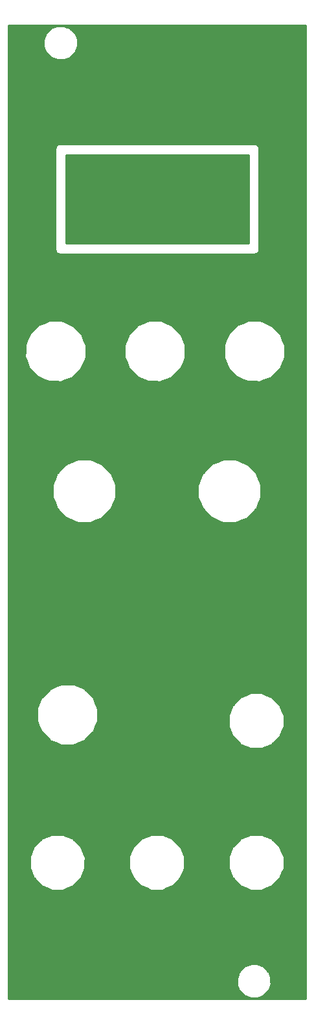
<source format=gbr>
G04 #@! TF.FileFunction,Copper,L2,Bot,Signal*
%FSLAX46Y46*%
G04 Gerber Fmt 4.6, Leading zero omitted, Abs format (unit mm)*
G04 Created by KiCad (PCBNEW 4.0.7) date 11/03/18 15:48:41*
%MOMM*%
%LPD*%
G01*
G04 APERTURE LIST*
%ADD10C,0.100000*%
%ADD11C,0.254000*%
G04 APERTURE END LIST*
D10*
D11*
G36*
X142490000Y-167790000D02*
X103610000Y-167790000D01*
X103610000Y-165092346D01*
X133457974Y-165092346D01*
X133464984Y-165517425D01*
X133464613Y-165942619D01*
X133472303Y-165961230D01*
X133472635Y-165981363D01*
X133784640Y-166734610D01*
X133793845Y-166739420D01*
X133804155Y-166764372D01*
X134432321Y-167393636D01*
X134460057Y-167405153D01*
X134465390Y-167415360D01*
X134860797Y-167571554D01*
X135253481Y-167734611D01*
X135273619Y-167734629D01*
X135292346Y-167742026D01*
X135717425Y-167735016D01*
X136142619Y-167735387D01*
X136161230Y-167727697D01*
X136181363Y-167727365D01*
X136934610Y-167415360D01*
X136939420Y-167406155D01*
X136964372Y-167395845D01*
X137593636Y-166767679D01*
X137605153Y-166739943D01*
X137615360Y-166734610D01*
X137771554Y-166339203D01*
X137934611Y-165946519D01*
X137934629Y-165926381D01*
X137942026Y-165907654D01*
X137935016Y-165482575D01*
X137935387Y-165057381D01*
X137927697Y-165038770D01*
X137927365Y-165018637D01*
X137615360Y-164265390D01*
X137606155Y-164260580D01*
X137595845Y-164235628D01*
X136967679Y-163606364D01*
X136939943Y-163594847D01*
X136934610Y-163584640D01*
X136539203Y-163428446D01*
X136146519Y-163265389D01*
X136126381Y-163265371D01*
X136107654Y-163257974D01*
X135682575Y-163264984D01*
X135257381Y-163264613D01*
X135238770Y-163272303D01*
X135218637Y-163272635D01*
X134465390Y-163584640D01*
X134460580Y-163593845D01*
X134435628Y-163604155D01*
X133806364Y-164232321D01*
X133794847Y-164260057D01*
X133784640Y-164265390D01*
X133628446Y-164660797D01*
X133465389Y-165053481D01*
X133465371Y-165073619D01*
X133457974Y-165092346D01*
X103610000Y-165092346D01*
X103610000Y-150704875D01*
X106361432Y-150704875D01*
X106364377Y-150712086D01*
X106364370Y-150719874D01*
X106637612Y-151381170D01*
X106908146Y-152043639D01*
X106916512Y-152056160D01*
X106916600Y-152056372D01*
X106916764Y-152056536D01*
X106928723Y-152074434D01*
X106949861Y-152089691D01*
X107914683Y-153056198D01*
X107925566Y-153071277D01*
X107932746Y-153074293D01*
X107938249Y-153079806D01*
X108599149Y-153354236D01*
X109258800Y-153631342D01*
X109266588Y-153631381D01*
X109273782Y-153634368D01*
X109989334Y-153634992D01*
X110704875Y-153638568D01*
X110712086Y-153635623D01*
X110719874Y-153635630D01*
X111381170Y-153362388D01*
X112043639Y-153091854D01*
X112056160Y-153083488D01*
X112056372Y-153083400D01*
X112056536Y-153083236D01*
X112074434Y-153071277D01*
X112089691Y-153050139D01*
X113056198Y-152085317D01*
X113071277Y-152074434D01*
X113074293Y-152067254D01*
X113079806Y-152061751D01*
X113354236Y-151400851D01*
X113631342Y-150741200D01*
X113631381Y-150733412D01*
X113634368Y-150726218D01*
X113634386Y-150704875D01*
X119361432Y-150704875D01*
X119364377Y-150712086D01*
X119364370Y-150719874D01*
X119637612Y-151381170D01*
X119908146Y-152043639D01*
X119916512Y-152056160D01*
X119916600Y-152056372D01*
X119916764Y-152056536D01*
X119928723Y-152074434D01*
X119949861Y-152089691D01*
X120914683Y-153056198D01*
X120925566Y-153071277D01*
X120932746Y-153074293D01*
X120938249Y-153079806D01*
X121599149Y-153354236D01*
X122258800Y-153631342D01*
X122266588Y-153631381D01*
X122273782Y-153634368D01*
X122989334Y-153634992D01*
X123704875Y-153638568D01*
X123712086Y-153635623D01*
X123719874Y-153635630D01*
X124381170Y-153362388D01*
X125043639Y-153091854D01*
X125056160Y-153083488D01*
X125056372Y-153083400D01*
X125056536Y-153083236D01*
X125074434Y-153071277D01*
X125089691Y-153050139D01*
X126056198Y-152085317D01*
X126071277Y-152074434D01*
X126074293Y-152067254D01*
X126079806Y-152061751D01*
X126354236Y-151400851D01*
X126631342Y-150741200D01*
X126631381Y-150733412D01*
X126634368Y-150726218D01*
X126634386Y-150704875D01*
X132361432Y-150704875D01*
X132364377Y-150712086D01*
X132364370Y-150719874D01*
X132637612Y-151381170D01*
X132908146Y-152043639D01*
X132916512Y-152056160D01*
X132916600Y-152056372D01*
X132916764Y-152056536D01*
X132928723Y-152074434D01*
X132949861Y-152089691D01*
X133914683Y-153056198D01*
X133925566Y-153071277D01*
X133932746Y-153074293D01*
X133938249Y-153079806D01*
X134599149Y-153354236D01*
X135258800Y-153631342D01*
X135266588Y-153631381D01*
X135273782Y-153634368D01*
X135989334Y-153634992D01*
X136704875Y-153638568D01*
X136712086Y-153635623D01*
X136719874Y-153635630D01*
X137381170Y-153362388D01*
X138043639Y-153091854D01*
X138056160Y-153083488D01*
X138056372Y-153083400D01*
X138056536Y-153083236D01*
X138074434Y-153071277D01*
X138089691Y-153050139D01*
X139056198Y-152085317D01*
X139071277Y-152074434D01*
X139074293Y-152067254D01*
X139079806Y-152061751D01*
X139354236Y-151400851D01*
X139631342Y-150741200D01*
X139631381Y-150733412D01*
X139634368Y-150726218D01*
X139634992Y-150010666D01*
X139638568Y-149295125D01*
X139635623Y-149287914D01*
X139635630Y-149280126D01*
X139362388Y-148618830D01*
X139091854Y-147956361D01*
X139083488Y-147943840D01*
X139083400Y-147943628D01*
X139083236Y-147943464D01*
X139071277Y-147925566D01*
X139050139Y-147910309D01*
X138085317Y-146943802D01*
X138074434Y-146928723D01*
X138067254Y-146925707D01*
X138061751Y-146920194D01*
X137400851Y-146645764D01*
X136741200Y-146368658D01*
X136733412Y-146368619D01*
X136726218Y-146365632D01*
X136010666Y-146365008D01*
X135295125Y-146361432D01*
X135287914Y-146364377D01*
X135280126Y-146364370D01*
X134618830Y-146637612D01*
X133956361Y-146908146D01*
X133943840Y-146916512D01*
X133943628Y-146916600D01*
X133943464Y-146916764D01*
X133925566Y-146928723D01*
X133910309Y-146949861D01*
X132943802Y-147914683D01*
X132928723Y-147925566D01*
X132925707Y-147932746D01*
X132920194Y-147938249D01*
X132645764Y-148599149D01*
X132368658Y-149258800D01*
X132368619Y-149266588D01*
X132365632Y-149273782D01*
X132365008Y-149989334D01*
X132361432Y-150704875D01*
X126634386Y-150704875D01*
X126634992Y-150010666D01*
X126638568Y-149295125D01*
X126635623Y-149287914D01*
X126635630Y-149280126D01*
X126362388Y-148618830D01*
X126091854Y-147956361D01*
X126083488Y-147943840D01*
X126083400Y-147943628D01*
X126083236Y-147943464D01*
X126071277Y-147925566D01*
X126050139Y-147910309D01*
X125085317Y-146943802D01*
X125074434Y-146928723D01*
X125067254Y-146925707D01*
X125061751Y-146920194D01*
X124400851Y-146645764D01*
X123741200Y-146368658D01*
X123733412Y-146368619D01*
X123726218Y-146365632D01*
X123010666Y-146365008D01*
X122295125Y-146361432D01*
X122287914Y-146364377D01*
X122280126Y-146364370D01*
X121618830Y-146637612D01*
X120956361Y-146908146D01*
X120943840Y-146916512D01*
X120943628Y-146916600D01*
X120943464Y-146916764D01*
X120925566Y-146928723D01*
X120910309Y-146949861D01*
X119943802Y-147914683D01*
X119928723Y-147925566D01*
X119925707Y-147932746D01*
X119920194Y-147938249D01*
X119645764Y-148599149D01*
X119368658Y-149258800D01*
X119368619Y-149266588D01*
X119365632Y-149273782D01*
X119365008Y-149989334D01*
X119361432Y-150704875D01*
X113634386Y-150704875D01*
X113634992Y-150010666D01*
X113638568Y-149295125D01*
X113635623Y-149287914D01*
X113635630Y-149280126D01*
X113362388Y-148618830D01*
X113091854Y-147956361D01*
X113083488Y-147943840D01*
X113083400Y-147943628D01*
X113083236Y-147943464D01*
X113071277Y-147925566D01*
X113050139Y-147910309D01*
X112085317Y-146943802D01*
X112074434Y-146928723D01*
X112067254Y-146925707D01*
X112061751Y-146920194D01*
X111400851Y-146645764D01*
X110741200Y-146368658D01*
X110733412Y-146368619D01*
X110726218Y-146365632D01*
X110010666Y-146365008D01*
X109295125Y-146361432D01*
X109287914Y-146364377D01*
X109280126Y-146364370D01*
X108618830Y-146637612D01*
X107956361Y-146908146D01*
X107943840Y-146916512D01*
X107943628Y-146916600D01*
X107943464Y-146916764D01*
X107925566Y-146928723D01*
X107910309Y-146949861D01*
X106943802Y-147914683D01*
X106928723Y-147925566D01*
X106925707Y-147932746D01*
X106920194Y-147938249D01*
X106645764Y-148599149D01*
X106368658Y-149258800D01*
X106368619Y-149266588D01*
X106365632Y-149273782D01*
X106365008Y-149989334D01*
X106361432Y-150704875D01*
X103610000Y-150704875D01*
X103610000Y-131460730D01*
X107308779Y-131460730D01*
X107314323Y-131474423D01*
X107314310Y-131489188D01*
X107611532Y-132208521D01*
X107903712Y-132930197D01*
X107919460Y-132953766D01*
X107919711Y-132954372D01*
X107920179Y-132954840D01*
X107939864Y-132984301D01*
X107979149Y-133013914D01*
X108991502Y-134028035D01*
X109015699Y-134060136D01*
X109029297Y-134065896D01*
X109039731Y-134076349D01*
X109758624Y-134374860D01*
X110475449Y-134678526D01*
X110490220Y-134678644D01*
X110503857Y-134684307D01*
X111282131Y-134684986D01*
X112060730Y-134691221D01*
X112074423Y-134685677D01*
X112089188Y-134685690D01*
X112808521Y-134388468D01*
X113530197Y-134096288D01*
X113553766Y-134080540D01*
X113554372Y-134080289D01*
X113554840Y-134079821D01*
X113584301Y-134060136D01*
X113613914Y-134020851D01*
X114628035Y-133008498D01*
X114660136Y-132984301D01*
X114665896Y-132970703D01*
X114676349Y-132960269D01*
X114974860Y-132241376D01*
X114990322Y-132204875D01*
X132361432Y-132204875D01*
X132364377Y-132212086D01*
X132364370Y-132219874D01*
X132637612Y-132881170D01*
X132908146Y-133543639D01*
X132916512Y-133556160D01*
X132916600Y-133556372D01*
X132916764Y-133556536D01*
X132928723Y-133574434D01*
X132949861Y-133589691D01*
X133914683Y-134556198D01*
X133925566Y-134571277D01*
X133932746Y-134574293D01*
X133938249Y-134579806D01*
X134599149Y-134854236D01*
X135258800Y-135131342D01*
X135266588Y-135131381D01*
X135273782Y-135134368D01*
X135989334Y-135134992D01*
X136704875Y-135138568D01*
X136712086Y-135135623D01*
X136719874Y-135135630D01*
X137381170Y-134862388D01*
X138043639Y-134591854D01*
X138056160Y-134583488D01*
X138056372Y-134583400D01*
X138056536Y-134583236D01*
X138074434Y-134571277D01*
X138089691Y-134550139D01*
X139056198Y-133585317D01*
X139071277Y-133574434D01*
X139074293Y-133567254D01*
X139079806Y-133561751D01*
X139354236Y-132900851D01*
X139631342Y-132241200D01*
X139631381Y-132233412D01*
X139634368Y-132226218D01*
X139634992Y-131510666D01*
X139638568Y-130795125D01*
X139635623Y-130787914D01*
X139635630Y-130780126D01*
X139362388Y-130118830D01*
X139091854Y-129456361D01*
X139083488Y-129443840D01*
X139083400Y-129443628D01*
X139083236Y-129443464D01*
X139071277Y-129425566D01*
X139050139Y-129410309D01*
X138085317Y-128443802D01*
X138074434Y-128428723D01*
X138067254Y-128425707D01*
X138061751Y-128420194D01*
X137400851Y-128145764D01*
X136741200Y-127868658D01*
X136733412Y-127868619D01*
X136726218Y-127865632D01*
X136010666Y-127865008D01*
X135295125Y-127861432D01*
X135287914Y-127864377D01*
X135280126Y-127864370D01*
X134618830Y-128137612D01*
X133956361Y-128408146D01*
X133943840Y-128416512D01*
X133943628Y-128416600D01*
X133943464Y-128416764D01*
X133925566Y-128428723D01*
X133910309Y-128449861D01*
X132943802Y-129414683D01*
X132928723Y-129425566D01*
X132925707Y-129432746D01*
X132920194Y-129438249D01*
X132645764Y-130099149D01*
X132368658Y-130758800D01*
X132368619Y-130766588D01*
X132365632Y-130773782D01*
X132365008Y-131489188D01*
X132361432Y-132204875D01*
X114990322Y-132204875D01*
X115278526Y-131524551D01*
X115278644Y-131509780D01*
X115284307Y-131496143D01*
X115284986Y-130717869D01*
X115291221Y-129939270D01*
X115285677Y-129925577D01*
X115285690Y-129910812D01*
X114988468Y-129191479D01*
X114696288Y-128469803D01*
X114680540Y-128446234D01*
X114680289Y-128445628D01*
X114679821Y-128445160D01*
X114660136Y-128415699D01*
X114620851Y-128386086D01*
X113608498Y-127371965D01*
X113584301Y-127339864D01*
X113570703Y-127334104D01*
X113560269Y-127323651D01*
X112841376Y-127025140D01*
X112124551Y-126721474D01*
X112109780Y-126721356D01*
X112096143Y-126715693D01*
X111317869Y-126715014D01*
X110539270Y-126708779D01*
X110525577Y-126714323D01*
X110510812Y-126714310D01*
X109791479Y-127011532D01*
X109069803Y-127303712D01*
X109046234Y-127319460D01*
X109045628Y-127319711D01*
X109045160Y-127320179D01*
X109015699Y-127339864D01*
X108986086Y-127379149D01*
X107971965Y-128391502D01*
X107939864Y-128415699D01*
X107934104Y-128429297D01*
X107923651Y-128439731D01*
X107625140Y-129158624D01*
X107321474Y-129875449D01*
X107321356Y-129890220D01*
X107315693Y-129903857D01*
X107315014Y-130682131D01*
X107308779Y-131460730D01*
X103610000Y-131460730D01*
X103610000Y-102284666D01*
X109357654Y-102284666D01*
X109364300Y-102301134D01*
X109364284Y-102318894D01*
X109671851Y-103063262D01*
X109973250Y-103810145D01*
X109992135Y-103838407D01*
X109992474Y-103839229D01*
X109993108Y-103839864D01*
X110016076Y-103874238D01*
X110064321Y-103911201D01*
X111094696Y-104943376D01*
X111125762Y-104983924D01*
X111142107Y-104990870D01*
X111154653Y-105003438D01*
X111898491Y-105312307D01*
X112639730Y-105627307D01*
X112657487Y-105627469D01*
X112673889Y-105634280D01*
X113479327Y-105634983D01*
X114284666Y-105642346D01*
X114301134Y-105635700D01*
X114318894Y-105635716D01*
X115063262Y-105328149D01*
X115810145Y-105026750D01*
X115838407Y-105007865D01*
X115839229Y-105007526D01*
X115839864Y-105006892D01*
X115874238Y-104983924D01*
X115911201Y-104935679D01*
X116943376Y-103905304D01*
X116983924Y-103874238D01*
X116990870Y-103857893D01*
X117003438Y-103845347D01*
X117312307Y-103101509D01*
X117627307Y-102360270D01*
X117627469Y-102342513D01*
X117634280Y-102326111D01*
X117634316Y-102284666D01*
X128357654Y-102284666D01*
X128364300Y-102301134D01*
X128364284Y-102318894D01*
X128671851Y-103063262D01*
X128973250Y-103810145D01*
X128992135Y-103838407D01*
X128992474Y-103839229D01*
X128993108Y-103839864D01*
X129016076Y-103874238D01*
X129064321Y-103911201D01*
X130094696Y-104943376D01*
X130125762Y-104983924D01*
X130142107Y-104990870D01*
X130154653Y-105003438D01*
X130898491Y-105312307D01*
X131639730Y-105627307D01*
X131657487Y-105627469D01*
X131673889Y-105634280D01*
X132479327Y-105634983D01*
X133284666Y-105642346D01*
X133301134Y-105635700D01*
X133318894Y-105635716D01*
X134063262Y-105328149D01*
X134810145Y-105026750D01*
X134838407Y-105007865D01*
X134839229Y-105007526D01*
X134839864Y-105006892D01*
X134874238Y-104983924D01*
X134911201Y-104935679D01*
X135943376Y-103905304D01*
X135983924Y-103874238D01*
X135990870Y-103857893D01*
X136003438Y-103845347D01*
X136312307Y-103101509D01*
X136627307Y-102360270D01*
X136627469Y-102342513D01*
X136634280Y-102326111D01*
X136634983Y-101520673D01*
X136642346Y-100715334D01*
X136635700Y-100698866D01*
X136635716Y-100681106D01*
X136328149Y-99936738D01*
X136026750Y-99189855D01*
X136007865Y-99161593D01*
X136007526Y-99160771D01*
X136006892Y-99160136D01*
X135983924Y-99125762D01*
X135935679Y-99088799D01*
X134905304Y-98056624D01*
X134874238Y-98016076D01*
X134857893Y-98009130D01*
X134845347Y-97996562D01*
X134101509Y-97687693D01*
X133360270Y-97372693D01*
X133342513Y-97372531D01*
X133326111Y-97365720D01*
X132520673Y-97365017D01*
X131715334Y-97357654D01*
X131698866Y-97364300D01*
X131681106Y-97364284D01*
X130936738Y-97671851D01*
X130189855Y-97973250D01*
X130161593Y-97992135D01*
X130160771Y-97992474D01*
X130160136Y-97993108D01*
X130125762Y-98016076D01*
X130088799Y-98064321D01*
X129056624Y-99094696D01*
X129016076Y-99125762D01*
X129009130Y-99142107D01*
X128996562Y-99154653D01*
X128687693Y-99898491D01*
X128372693Y-100639730D01*
X128372531Y-100657487D01*
X128365720Y-100673889D01*
X128365017Y-101479327D01*
X128357654Y-102284666D01*
X117634316Y-102284666D01*
X117634983Y-101520673D01*
X117642346Y-100715334D01*
X117635700Y-100698866D01*
X117635716Y-100681106D01*
X117328149Y-99936738D01*
X117026750Y-99189855D01*
X117007865Y-99161593D01*
X117007526Y-99160771D01*
X117006892Y-99160136D01*
X116983924Y-99125762D01*
X116935679Y-99088799D01*
X115905304Y-98056624D01*
X115874238Y-98016076D01*
X115857893Y-98009130D01*
X115845347Y-97996562D01*
X115101509Y-97687693D01*
X114360270Y-97372693D01*
X114342513Y-97372531D01*
X114326111Y-97365720D01*
X113520673Y-97365017D01*
X112715334Y-97357654D01*
X112698866Y-97364300D01*
X112681106Y-97364284D01*
X111936738Y-97671851D01*
X111189855Y-97973250D01*
X111161593Y-97992135D01*
X111160771Y-97992474D01*
X111160136Y-97993108D01*
X111125762Y-98016076D01*
X111088799Y-98064321D01*
X110056624Y-99094696D01*
X110016076Y-99125762D01*
X110009130Y-99142107D01*
X109996562Y-99154653D01*
X109687693Y-99898491D01*
X109372693Y-100639730D01*
X109372531Y-100657487D01*
X109365720Y-100673889D01*
X109365017Y-101479327D01*
X109357654Y-102284666D01*
X103610000Y-102284666D01*
X103610000Y-84010730D01*
X105758779Y-84010730D01*
X105764323Y-84024423D01*
X105764310Y-84039188D01*
X106061532Y-84758521D01*
X106353712Y-85480197D01*
X106369460Y-85503766D01*
X106369711Y-85504372D01*
X106370179Y-85504840D01*
X106389864Y-85534301D01*
X106429149Y-85563914D01*
X107441502Y-86578035D01*
X107465699Y-86610136D01*
X107479297Y-86615896D01*
X107489731Y-86626349D01*
X108208624Y-86924860D01*
X108925449Y-87228526D01*
X108940220Y-87228644D01*
X108953857Y-87234307D01*
X109732131Y-87234986D01*
X110510730Y-87241221D01*
X110524423Y-87235677D01*
X110539188Y-87235690D01*
X111258521Y-86938468D01*
X111980197Y-86646288D01*
X112003766Y-86630540D01*
X112004372Y-86630289D01*
X112004840Y-86629821D01*
X112034301Y-86610136D01*
X112063914Y-86570851D01*
X113078035Y-85558498D01*
X113110136Y-85534301D01*
X113115896Y-85520703D01*
X113126349Y-85510269D01*
X113424860Y-84791376D01*
X113728526Y-84074551D01*
X113728644Y-84059780D01*
X113734307Y-84046143D01*
X113734337Y-84010730D01*
X118758779Y-84010730D01*
X118764323Y-84024423D01*
X118764310Y-84039188D01*
X119061532Y-84758521D01*
X119353712Y-85480197D01*
X119369460Y-85503766D01*
X119369711Y-85504372D01*
X119370179Y-85504840D01*
X119389864Y-85534301D01*
X119429149Y-85563914D01*
X120441502Y-86578035D01*
X120465699Y-86610136D01*
X120479297Y-86615896D01*
X120489731Y-86626349D01*
X121208624Y-86924860D01*
X121925449Y-87228526D01*
X121940220Y-87228644D01*
X121953857Y-87234307D01*
X122732131Y-87234986D01*
X123510730Y-87241221D01*
X123524423Y-87235677D01*
X123539188Y-87235690D01*
X124258521Y-86938468D01*
X124980197Y-86646288D01*
X125003766Y-86630540D01*
X125004372Y-86630289D01*
X125004840Y-86629821D01*
X125034301Y-86610136D01*
X125063914Y-86570851D01*
X126078035Y-85558498D01*
X126110136Y-85534301D01*
X126115896Y-85520703D01*
X126126349Y-85510269D01*
X126424860Y-84791376D01*
X126728526Y-84074551D01*
X126728644Y-84059780D01*
X126734307Y-84046143D01*
X126734337Y-84010730D01*
X131758779Y-84010730D01*
X131764323Y-84024423D01*
X131764310Y-84039188D01*
X132061532Y-84758521D01*
X132353712Y-85480197D01*
X132369460Y-85503766D01*
X132369711Y-85504372D01*
X132370179Y-85504840D01*
X132389864Y-85534301D01*
X132429149Y-85563914D01*
X133441502Y-86578035D01*
X133465699Y-86610136D01*
X133479297Y-86615896D01*
X133489731Y-86626349D01*
X134208624Y-86924860D01*
X134925449Y-87228526D01*
X134940220Y-87228644D01*
X134953857Y-87234307D01*
X135732131Y-87234986D01*
X136510730Y-87241221D01*
X136524423Y-87235677D01*
X136539188Y-87235690D01*
X137258521Y-86938468D01*
X137980197Y-86646288D01*
X138003766Y-86630540D01*
X138004372Y-86630289D01*
X138004840Y-86629821D01*
X138034301Y-86610136D01*
X138063914Y-86570851D01*
X139078035Y-85558498D01*
X139110136Y-85534301D01*
X139115896Y-85520703D01*
X139126349Y-85510269D01*
X139424860Y-84791376D01*
X139728526Y-84074551D01*
X139728644Y-84059780D01*
X139734307Y-84046143D01*
X139734986Y-83267869D01*
X139741221Y-82489270D01*
X139735677Y-82475577D01*
X139735690Y-82460812D01*
X139438468Y-81741479D01*
X139146288Y-81019803D01*
X139130540Y-80996234D01*
X139130289Y-80995628D01*
X139129821Y-80995160D01*
X139110136Y-80965699D01*
X139070851Y-80936086D01*
X138058498Y-79921965D01*
X138034301Y-79889864D01*
X138020703Y-79884104D01*
X138010269Y-79873651D01*
X137291376Y-79575140D01*
X136574551Y-79271474D01*
X136559780Y-79271356D01*
X136546143Y-79265693D01*
X135767869Y-79265014D01*
X134989270Y-79258779D01*
X134975577Y-79264323D01*
X134960812Y-79264310D01*
X134241479Y-79561532D01*
X133519803Y-79853712D01*
X133496234Y-79869460D01*
X133495628Y-79869711D01*
X133495160Y-79870179D01*
X133465699Y-79889864D01*
X133436086Y-79929149D01*
X132421965Y-80941502D01*
X132389864Y-80965699D01*
X132384104Y-80979297D01*
X132373651Y-80989731D01*
X132075140Y-81708624D01*
X131771474Y-82425449D01*
X131771356Y-82440220D01*
X131765693Y-82453857D01*
X131765014Y-83232131D01*
X131758779Y-84010730D01*
X126734337Y-84010730D01*
X126734986Y-83267869D01*
X126741221Y-82489270D01*
X126735677Y-82475577D01*
X126735690Y-82460812D01*
X126438468Y-81741479D01*
X126146288Y-81019803D01*
X126130540Y-80996234D01*
X126130289Y-80995628D01*
X126129821Y-80995160D01*
X126110136Y-80965699D01*
X126070851Y-80936086D01*
X125058498Y-79921965D01*
X125034301Y-79889864D01*
X125020703Y-79884104D01*
X125010269Y-79873651D01*
X124291376Y-79575140D01*
X123574551Y-79271474D01*
X123559780Y-79271356D01*
X123546143Y-79265693D01*
X122767869Y-79265014D01*
X121989270Y-79258779D01*
X121975577Y-79264323D01*
X121960812Y-79264310D01*
X121241479Y-79561532D01*
X120519803Y-79853712D01*
X120496234Y-79869460D01*
X120495628Y-79869711D01*
X120495160Y-79870179D01*
X120465699Y-79889864D01*
X120436086Y-79929149D01*
X119421965Y-80941502D01*
X119389864Y-80965699D01*
X119384104Y-80979297D01*
X119373651Y-80989731D01*
X119075140Y-81708624D01*
X118771474Y-82425449D01*
X118771356Y-82440220D01*
X118765693Y-82453857D01*
X118765014Y-83232131D01*
X118758779Y-84010730D01*
X113734337Y-84010730D01*
X113734986Y-83267869D01*
X113741221Y-82489270D01*
X113735677Y-82475577D01*
X113735690Y-82460812D01*
X113438468Y-81741479D01*
X113146288Y-81019803D01*
X113130540Y-80996234D01*
X113130289Y-80995628D01*
X113129821Y-80995160D01*
X113110136Y-80965699D01*
X113070851Y-80936086D01*
X112058498Y-79921965D01*
X112034301Y-79889864D01*
X112020703Y-79884104D01*
X112010269Y-79873651D01*
X111291376Y-79575140D01*
X110574551Y-79271474D01*
X110559780Y-79271356D01*
X110546143Y-79265693D01*
X109767869Y-79265014D01*
X108989270Y-79258779D01*
X108975577Y-79264323D01*
X108960812Y-79264310D01*
X108241479Y-79561532D01*
X107519803Y-79853712D01*
X107496234Y-79869460D01*
X107495628Y-79869711D01*
X107495160Y-79870179D01*
X107465699Y-79889864D01*
X107436086Y-79929149D01*
X106421965Y-80941502D01*
X106389864Y-80965699D01*
X106384104Y-80979297D01*
X106373651Y-80989731D01*
X106075140Y-81708624D01*
X105771474Y-82425449D01*
X105771356Y-82440220D01*
X105765693Y-82453857D01*
X105765014Y-83232131D01*
X105758779Y-84010730D01*
X103610000Y-84010730D01*
X103610000Y-56900000D01*
X109690000Y-56900000D01*
X109690000Y-69900000D01*
X109744046Y-70171705D01*
X109897954Y-70402046D01*
X110128295Y-70555954D01*
X110400000Y-70610000D01*
X135700000Y-70610000D01*
X135971705Y-70555954D01*
X136202046Y-70402046D01*
X136355954Y-70171705D01*
X136410000Y-69900000D01*
X136410000Y-56900000D01*
X136355954Y-56628295D01*
X136202046Y-56397954D01*
X135971705Y-56244046D01*
X135700000Y-56190000D01*
X110400000Y-56190000D01*
X110128295Y-56244046D01*
X109897954Y-56397954D01*
X109744046Y-56628295D01*
X109690000Y-56900000D01*
X103610000Y-56900000D01*
X103610000Y-42592346D01*
X108157974Y-42592346D01*
X108164984Y-43017425D01*
X108164613Y-43442619D01*
X108172303Y-43461230D01*
X108172635Y-43481363D01*
X108484640Y-44234610D01*
X108493845Y-44239420D01*
X108504155Y-44264372D01*
X109132321Y-44893636D01*
X109160057Y-44905153D01*
X109165390Y-44915360D01*
X109560797Y-45071554D01*
X109953481Y-45234611D01*
X109973619Y-45234629D01*
X109992346Y-45242026D01*
X110417425Y-45235016D01*
X110842619Y-45235387D01*
X110861230Y-45227697D01*
X110881363Y-45227365D01*
X111634610Y-44915360D01*
X111639420Y-44906155D01*
X111664372Y-44895845D01*
X112293636Y-44267679D01*
X112305153Y-44239943D01*
X112315360Y-44234610D01*
X112471554Y-43839203D01*
X112634611Y-43446519D01*
X112634629Y-43426381D01*
X112642026Y-43407654D01*
X112635016Y-42982575D01*
X112635387Y-42557381D01*
X112627697Y-42538770D01*
X112627365Y-42518637D01*
X112315360Y-41765390D01*
X112306155Y-41760580D01*
X112295845Y-41735628D01*
X111667679Y-41106364D01*
X111639943Y-41094847D01*
X111634610Y-41084640D01*
X111239203Y-40928446D01*
X110846519Y-40765389D01*
X110826381Y-40765371D01*
X110807654Y-40757974D01*
X110382575Y-40764984D01*
X109957381Y-40764613D01*
X109938770Y-40772303D01*
X109918637Y-40772635D01*
X109165390Y-41084640D01*
X109160580Y-41093845D01*
X109135628Y-41104155D01*
X108506364Y-41732321D01*
X108494847Y-41760057D01*
X108484640Y-41765390D01*
X108328446Y-42160797D01*
X108165389Y-42553481D01*
X108165371Y-42573619D01*
X108157974Y-42592346D01*
X103610000Y-42592346D01*
X103610000Y-40710000D01*
X142490000Y-40710000D01*
X142490000Y-167790000D01*
X142490000Y-167790000D01*
G37*
X142490000Y-167790000D02*
X103610000Y-167790000D01*
X103610000Y-165092346D01*
X133457974Y-165092346D01*
X133464984Y-165517425D01*
X133464613Y-165942619D01*
X133472303Y-165961230D01*
X133472635Y-165981363D01*
X133784640Y-166734610D01*
X133793845Y-166739420D01*
X133804155Y-166764372D01*
X134432321Y-167393636D01*
X134460057Y-167405153D01*
X134465390Y-167415360D01*
X134860797Y-167571554D01*
X135253481Y-167734611D01*
X135273619Y-167734629D01*
X135292346Y-167742026D01*
X135717425Y-167735016D01*
X136142619Y-167735387D01*
X136161230Y-167727697D01*
X136181363Y-167727365D01*
X136934610Y-167415360D01*
X136939420Y-167406155D01*
X136964372Y-167395845D01*
X137593636Y-166767679D01*
X137605153Y-166739943D01*
X137615360Y-166734610D01*
X137771554Y-166339203D01*
X137934611Y-165946519D01*
X137934629Y-165926381D01*
X137942026Y-165907654D01*
X137935016Y-165482575D01*
X137935387Y-165057381D01*
X137927697Y-165038770D01*
X137927365Y-165018637D01*
X137615360Y-164265390D01*
X137606155Y-164260580D01*
X137595845Y-164235628D01*
X136967679Y-163606364D01*
X136939943Y-163594847D01*
X136934610Y-163584640D01*
X136539203Y-163428446D01*
X136146519Y-163265389D01*
X136126381Y-163265371D01*
X136107654Y-163257974D01*
X135682575Y-163264984D01*
X135257381Y-163264613D01*
X135238770Y-163272303D01*
X135218637Y-163272635D01*
X134465390Y-163584640D01*
X134460580Y-163593845D01*
X134435628Y-163604155D01*
X133806364Y-164232321D01*
X133794847Y-164260057D01*
X133784640Y-164265390D01*
X133628446Y-164660797D01*
X133465389Y-165053481D01*
X133465371Y-165073619D01*
X133457974Y-165092346D01*
X103610000Y-165092346D01*
X103610000Y-150704875D01*
X106361432Y-150704875D01*
X106364377Y-150712086D01*
X106364370Y-150719874D01*
X106637612Y-151381170D01*
X106908146Y-152043639D01*
X106916512Y-152056160D01*
X106916600Y-152056372D01*
X106916764Y-152056536D01*
X106928723Y-152074434D01*
X106949861Y-152089691D01*
X107914683Y-153056198D01*
X107925566Y-153071277D01*
X107932746Y-153074293D01*
X107938249Y-153079806D01*
X108599149Y-153354236D01*
X109258800Y-153631342D01*
X109266588Y-153631381D01*
X109273782Y-153634368D01*
X109989334Y-153634992D01*
X110704875Y-153638568D01*
X110712086Y-153635623D01*
X110719874Y-153635630D01*
X111381170Y-153362388D01*
X112043639Y-153091854D01*
X112056160Y-153083488D01*
X112056372Y-153083400D01*
X112056536Y-153083236D01*
X112074434Y-153071277D01*
X112089691Y-153050139D01*
X113056198Y-152085317D01*
X113071277Y-152074434D01*
X113074293Y-152067254D01*
X113079806Y-152061751D01*
X113354236Y-151400851D01*
X113631342Y-150741200D01*
X113631381Y-150733412D01*
X113634368Y-150726218D01*
X113634386Y-150704875D01*
X119361432Y-150704875D01*
X119364377Y-150712086D01*
X119364370Y-150719874D01*
X119637612Y-151381170D01*
X119908146Y-152043639D01*
X119916512Y-152056160D01*
X119916600Y-152056372D01*
X119916764Y-152056536D01*
X119928723Y-152074434D01*
X119949861Y-152089691D01*
X120914683Y-153056198D01*
X120925566Y-153071277D01*
X120932746Y-153074293D01*
X120938249Y-153079806D01*
X121599149Y-153354236D01*
X122258800Y-153631342D01*
X122266588Y-153631381D01*
X122273782Y-153634368D01*
X122989334Y-153634992D01*
X123704875Y-153638568D01*
X123712086Y-153635623D01*
X123719874Y-153635630D01*
X124381170Y-153362388D01*
X125043639Y-153091854D01*
X125056160Y-153083488D01*
X125056372Y-153083400D01*
X125056536Y-153083236D01*
X125074434Y-153071277D01*
X125089691Y-153050139D01*
X126056198Y-152085317D01*
X126071277Y-152074434D01*
X126074293Y-152067254D01*
X126079806Y-152061751D01*
X126354236Y-151400851D01*
X126631342Y-150741200D01*
X126631381Y-150733412D01*
X126634368Y-150726218D01*
X126634386Y-150704875D01*
X132361432Y-150704875D01*
X132364377Y-150712086D01*
X132364370Y-150719874D01*
X132637612Y-151381170D01*
X132908146Y-152043639D01*
X132916512Y-152056160D01*
X132916600Y-152056372D01*
X132916764Y-152056536D01*
X132928723Y-152074434D01*
X132949861Y-152089691D01*
X133914683Y-153056198D01*
X133925566Y-153071277D01*
X133932746Y-153074293D01*
X133938249Y-153079806D01*
X134599149Y-153354236D01*
X135258800Y-153631342D01*
X135266588Y-153631381D01*
X135273782Y-153634368D01*
X135989334Y-153634992D01*
X136704875Y-153638568D01*
X136712086Y-153635623D01*
X136719874Y-153635630D01*
X137381170Y-153362388D01*
X138043639Y-153091854D01*
X138056160Y-153083488D01*
X138056372Y-153083400D01*
X138056536Y-153083236D01*
X138074434Y-153071277D01*
X138089691Y-153050139D01*
X139056198Y-152085317D01*
X139071277Y-152074434D01*
X139074293Y-152067254D01*
X139079806Y-152061751D01*
X139354236Y-151400851D01*
X139631342Y-150741200D01*
X139631381Y-150733412D01*
X139634368Y-150726218D01*
X139634992Y-150010666D01*
X139638568Y-149295125D01*
X139635623Y-149287914D01*
X139635630Y-149280126D01*
X139362388Y-148618830D01*
X139091854Y-147956361D01*
X139083488Y-147943840D01*
X139083400Y-147943628D01*
X139083236Y-147943464D01*
X139071277Y-147925566D01*
X139050139Y-147910309D01*
X138085317Y-146943802D01*
X138074434Y-146928723D01*
X138067254Y-146925707D01*
X138061751Y-146920194D01*
X137400851Y-146645764D01*
X136741200Y-146368658D01*
X136733412Y-146368619D01*
X136726218Y-146365632D01*
X136010666Y-146365008D01*
X135295125Y-146361432D01*
X135287914Y-146364377D01*
X135280126Y-146364370D01*
X134618830Y-146637612D01*
X133956361Y-146908146D01*
X133943840Y-146916512D01*
X133943628Y-146916600D01*
X133943464Y-146916764D01*
X133925566Y-146928723D01*
X133910309Y-146949861D01*
X132943802Y-147914683D01*
X132928723Y-147925566D01*
X132925707Y-147932746D01*
X132920194Y-147938249D01*
X132645764Y-148599149D01*
X132368658Y-149258800D01*
X132368619Y-149266588D01*
X132365632Y-149273782D01*
X132365008Y-149989334D01*
X132361432Y-150704875D01*
X126634386Y-150704875D01*
X126634992Y-150010666D01*
X126638568Y-149295125D01*
X126635623Y-149287914D01*
X126635630Y-149280126D01*
X126362388Y-148618830D01*
X126091854Y-147956361D01*
X126083488Y-147943840D01*
X126083400Y-147943628D01*
X126083236Y-147943464D01*
X126071277Y-147925566D01*
X126050139Y-147910309D01*
X125085317Y-146943802D01*
X125074434Y-146928723D01*
X125067254Y-146925707D01*
X125061751Y-146920194D01*
X124400851Y-146645764D01*
X123741200Y-146368658D01*
X123733412Y-146368619D01*
X123726218Y-146365632D01*
X123010666Y-146365008D01*
X122295125Y-146361432D01*
X122287914Y-146364377D01*
X122280126Y-146364370D01*
X121618830Y-146637612D01*
X120956361Y-146908146D01*
X120943840Y-146916512D01*
X120943628Y-146916600D01*
X120943464Y-146916764D01*
X120925566Y-146928723D01*
X120910309Y-146949861D01*
X119943802Y-147914683D01*
X119928723Y-147925566D01*
X119925707Y-147932746D01*
X119920194Y-147938249D01*
X119645764Y-148599149D01*
X119368658Y-149258800D01*
X119368619Y-149266588D01*
X119365632Y-149273782D01*
X119365008Y-149989334D01*
X119361432Y-150704875D01*
X113634386Y-150704875D01*
X113634992Y-150010666D01*
X113638568Y-149295125D01*
X113635623Y-149287914D01*
X113635630Y-149280126D01*
X113362388Y-148618830D01*
X113091854Y-147956361D01*
X113083488Y-147943840D01*
X113083400Y-147943628D01*
X113083236Y-147943464D01*
X113071277Y-147925566D01*
X113050139Y-147910309D01*
X112085317Y-146943802D01*
X112074434Y-146928723D01*
X112067254Y-146925707D01*
X112061751Y-146920194D01*
X111400851Y-146645764D01*
X110741200Y-146368658D01*
X110733412Y-146368619D01*
X110726218Y-146365632D01*
X110010666Y-146365008D01*
X109295125Y-146361432D01*
X109287914Y-146364377D01*
X109280126Y-146364370D01*
X108618830Y-146637612D01*
X107956361Y-146908146D01*
X107943840Y-146916512D01*
X107943628Y-146916600D01*
X107943464Y-146916764D01*
X107925566Y-146928723D01*
X107910309Y-146949861D01*
X106943802Y-147914683D01*
X106928723Y-147925566D01*
X106925707Y-147932746D01*
X106920194Y-147938249D01*
X106645764Y-148599149D01*
X106368658Y-149258800D01*
X106368619Y-149266588D01*
X106365632Y-149273782D01*
X106365008Y-149989334D01*
X106361432Y-150704875D01*
X103610000Y-150704875D01*
X103610000Y-131460730D01*
X107308779Y-131460730D01*
X107314323Y-131474423D01*
X107314310Y-131489188D01*
X107611532Y-132208521D01*
X107903712Y-132930197D01*
X107919460Y-132953766D01*
X107919711Y-132954372D01*
X107920179Y-132954840D01*
X107939864Y-132984301D01*
X107979149Y-133013914D01*
X108991502Y-134028035D01*
X109015699Y-134060136D01*
X109029297Y-134065896D01*
X109039731Y-134076349D01*
X109758624Y-134374860D01*
X110475449Y-134678526D01*
X110490220Y-134678644D01*
X110503857Y-134684307D01*
X111282131Y-134684986D01*
X112060730Y-134691221D01*
X112074423Y-134685677D01*
X112089188Y-134685690D01*
X112808521Y-134388468D01*
X113530197Y-134096288D01*
X113553766Y-134080540D01*
X113554372Y-134080289D01*
X113554840Y-134079821D01*
X113584301Y-134060136D01*
X113613914Y-134020851D01*
X114628035Y-133008498D01*
X114660136Y-132984301D01*
X114665896Y-132970703D01*
X114676349Y-132960269D01*
X114974860Y-132241376D01*
X114990322Y-132204875D01*
X132361432Y-132204875D01*
X132364377Y-132212086D01*
X132364370Y-132219874D01*
X132637612Y-132881170D01*
X132908146Y-133543639D01*
X132916512Y-133556160D01*
X132916600Y-133556372D01*
X132916764Y-133556536D01*
X132928723Y-133574434D01*
X132949861Y-133589691D01*
X133914683Y-134556198D01*
X133925566Y-134571277D01*
X133932746Y-134574293D01*
X133938249Y-134579806D01*
X134599149Y-134854236D01*
X135258800Y-135131342D01*
X135266588Y-135131381D01*
X135273782Y-135134368D01*
X135989334Y-135134992D01*
X136704875Y-135138568D01*
X136712086Y-135135623D01*
X136719874Y-135135630D01*
X137381170Y-134862388D01*
X138043639Y-134591854D01*
X138056160Y-134583488D01*
X138056372Y-134583400D01*
X138056536Y-134583236D01*
X138074434Y-134571277D01*
X138089691Y-134550139D01*
X139056198Y-133585317D01*
X139071277Y-133574434D01*
X139074293Y-133567254D01*
X139079806Y-133561751D01*
X139354236Y-132900851D01*
X139631342Y-132241200D01*
X139631381Y-132233412D01*
X139634368Y-132226218D01*
X139634992Y-131510666D01*
X139638568Y-130795125D01*
X139635623Y-130787914D01*
X139635630Y-130780126D01*
X139362388Y-130118830D01*
X139091854Y-129456361D01*
X139083488Y-129443840D01*
X139083400Y-129443628D01*
X139083236Y-129443464D01*
X139071277Y-129425566D01*
X139050139Y-129410309D01*
X138085317Y-128443802D01*
X138074434Y-128428723D01*
X138067254Y-128425707D01*
X138061751Y-128420194D01*
X137400851Y-128145764D01*
X136741200Y-127868658D01*
X136733412Y-127868619D01*
X136726218Y-127865632D01*
X136010666Y-127865008D01*
X135295125Y-127861432D01*
X135287914Y-127864377D01*
X135280126Y-127864370D01*
X134618830Y-128137612D01*
X133956361Y-128408146D01*
X133943840Y-128416512D01*
X133943628Y-128416600D01*
X133943464Y-128416764D01*
X133925566Y-128428723D01*
X133910309Y-128449861D01*
X132943802Y-129414683D01*
X132928723Y-129425566D01*
X132925707Y-129432746D01*
X132920194Y-129438249D01*
X132645764Y-130099149D01*
X132368658Y-130758800D01*
X132368619Y-130766588D01*
X132365632Y-130773782D01*
X132365008Y-131489188D01*
X132361432Y-132204875D01*
X114990322Y-132204875D01*
X115278526Y-131524551D01*
X115278644Y-131509780D01*
X115284307Y-131496143D01*
X115284986Y-130717869D01*
X115291221Y-129939270D01*
X115285677Y-129925577D01*
X115285690Y-129910812D01*
X114988468Y-129191479D01*
X114696288Y-128469803D01*
X114680540Y-128446234D01*
X114680289Y-128445628D01*
X114679821Y-128445160D01*
X114660136Y-128415699D01*
X114620851Y-128386086D01*
X113608498Y-127371965D01*
X113584301Y-127339864D01*
X113570703Y-127334104D01*
X113560269Y-127323651D01*
X112841376Y-127025140D01*
X112124551Y-126721474D01*
X112109780Y-126721356D01*
X112096143Y-126715693D01*
X111317869Y-126715014D01*
X110539270Y-126708779D01*
X110525577Y-126714323D01*
X110510812Y-126714310D01*
X109791479Y-127011532D01*
X109069803Y-127303712D01*
X109046234Y-127319460D01*
X109045628Y-127319711D01*
X109045160Y-127320179D01*
X109015699Y-127339864D01*
X108986086Y-127379149D01*
X107971965Y-128391502D01*
X107939864Y-128415699D01*
X107934104Y-128429297D01*
X107923651Y-128439731D01*
X107625140Y-129158624D01*
X107321474Y-129875449D01*
X107321356Y-129890220D01*
X107315693Y-129903857D01*
X107315014Y-130682131D01*
X107308779Y-131460730D01*
X103610000Y-131460730D01*
X103610000Y-102284666D01*
X109357654Y-102284666D01*
X109364300Y-102301134D01*
X109364284Y-102318894D01*
X109671851Y-103063262D01*
X109973250Y-103810145D01*
X109992135Y-103838407D01*
X109992474Y-103839229D01*
X109993108Y-103839864D01*
X110016076Y-103874238D01*
X110064321Y-103911201D01*
X111094696Y-104943376D01*
X111125762Y-104983924D01*
X111142107Y-104990870D01*
X111154653Y-105003438D01*
X111898491Y-105312307D01*
X112639730Y-105627307D01*
X112657487Y-105627469D01*
X112673889Y-105634280D01*
X113479327Y-105634983D01*
X114284666Y-105642346D01*
X114301134Y-105635700D01*
X114318894Y-105635716D01*
X115063262Y-105328149D01*
X115810145Y-105026750D01*
X115838407Y-105007865D01*
X115839229Y-105007526D01*
X115839864Y-105006892D01*
X115874238Y-104983924D01*
X115911201Y-104935679D01*
X116943376Y-103905304D01*
X116983924Y-103874238D01*
X116990870Y-103857893D01*
X117003438Y-103845347D01*
X117312307Y-103101509D01*
X117627307Y-102360270D01*
X117627469Y-102342513D01*
X117634280Y-102326111D01*
X117634316Y-102284666D01*
X128357654Y-102284666D01*
X128364300Y-102301134D01*
X128364284Y-102318894D01*
X128671851Y-103063262D01*
X128973250Y-103810145D01*
X128992135Y-103838407D01*
X128992474Y-103839229D01*
X128993108Y-103839864D01*
X129016076Y-103874238D01*
X129064321Y-103911201D01*
X130094696Y-104943376D01*
X130125762Y-104983924D01*
X130142107Y-104990870D01*
X130154653Y-105003438D01*
X130898491Y-105312307D01*
X131639730Y-105627307D01*
X131657487Y-105627469D01*
X131673889Y-105634280D01*
X132479327Y-105634983D01*
X133284666Y-105642346D01*
X133301134Y-105635700D01*
X133318894Y-105635716D01*
X134063262Y-105328149D01*
X134810145Y-105026750D01*
X134838407Y-105007865D01*
X134839229Y-105007526D01*
X134839864Y-105006892D01*
X134874238Y-104983924D01*
X134911201Y-104935679D01*
X135943376Y-103905304D01*
X135983924Y-103874238D01*
X135990870Y-103857893D01*
X136003438Y-103845347D01*
X136312307Y-103101509D01*
X136627307Y-102360270D01*
X136627469Y-102342513D01*
X136634280Y-102326111D01*
X136634983Y-101520673D01*
X136642346Y-100715334D01*
X136635700Y-100698866D01*
X136635716Y-100681106D01*
X136328149Y-99936738D01*
X136026750Y-99189855D01*
X136007865Y-99161593D01*
X136007526Y-99160771D01*
X136006892Y-99160136D01*
X135983924Y-99125762D01*
X135935679Y-99088799D01*
X134905304Y-98056624D01*
X134874238Y-98016076D01*
X134857893Y-98009130D01*
X134845347Y-97996562D01*
X134101509Y-97687693D01*
X133360270Y-97372693D01*
X133342513Y-97372531D01*
X133326111Y-97365720D01*
X132520673Y-97365017D01*
X131715334Y-97357654D01*
X131698866Y-97364300D01*
X131681106Y-97364284D01*
X130936738Y-97671851D01*
X130189855Y-97973250D01*
X130161593Y-97992135D01*
X130160771Y-97992474D01*
X130160136Y-97993108D01*
X130125762Y-98016076D01*
X130088799Y-98064321D01*
X129056624Y-99094696D01*
X129016076Y-99125762D01*
X129009130Y-99142107D01*
X128996562Y-99154653D01*
X128687693Y-99898491D01*
X128372693Y-100639730D01*
X128372531Y-100657487D01*
X128365720Y-100673889D01*
X128365017Y-101479327D01*
X128357654Y-102284666D01*
X117634316Y-102284666D01*
X117634983Y-101520673D01*
X117642346Y-100715334D01*
X117635700Y-100698866D01*
X117635716Y-100681106D01*
X117328149Y-99936738D01*
X117026750Y-99189855D01*
X117007865Y-99161593D01*
X117007526Y-99160771D01*
X117006892Y-99160136D01*
X116983924Y-99125762D01*
X116935679Y-99088799D01*
X115905304Y-98056624D01*
X115874238Y-98016076D01*
X115857893Y-98009130D01*
X115845347Y-97996562D01*
X115101509Y-97687693D01*
X114360270Y-97372693D01*
X114342513Y-97372531D01*
X114326111Y-97365720D01*
X113520673Y-97365017D01*
X112715334Y-97357654D01*
X112698866Y-97364300D01*
X112681106Y-97364284D01*
X111936738Y-97671851D01*
X111189855Y-97973250D01*
X111161593Y-97992135D01*
X111160771Y-97992474D01*
X111160136Y-97993108D01*
X111125762Y-98016076D01*
X111088799Y-98064321D01*
X110056624Y-99094696D01*
X110016076Y-99125762D01*
X110009130Y-99142107D01*
X109996562Y-99154653D01*
X109687693Y-99898491D01*
X109372693Y-100639730D01*
X109372531Y-100657487D01*
X109365720Y-100673889D01*
X109365017Y-101479327D01*
X109357654Y-102284666D01*
X103610000Y-102284666D01*
X103610000Y-84010730D01*
X105758779Y-84010730D01*
X105764323Y-84024423D01*
X105764310Y-84039188D01*
X106061532Y-84758521D01*
X106353712Y-85480197D01*
X106369460Y-85503766D01*
X106369711Y-85504372D01*
X106370179Y-85504840D01*
X106389864Y-85534301D01*
X106429149Y-85563914D01*
X107441502Y-86578035D01*
X107465699Y-86610136D01*
X107479297Y-86615896D01*
X107489731Y-86626349D01*
X108208624Y-86924860D01*
X108925449Y-87228526D01*
X108940220Y-87228644D01*
X108953857Y-87234307D01*
X109732131Y-87234986D01*
X110510730Y-87241221D01*
X110524423Y-87235677D01*
X110539188Y-87235690D01*
X111258521Y-86938468D01*
X111980197Y-86646288D01*
X112003766Y-86630540D01*
X112004372Y-86630289D01*
X112004840Y-86629821D01*
X112034301Y-86610136D01*
X112063914Y-86570851D01*
X113078035Y-85558498D01*
X113110136Y-85534301D01*
X113115896Y-85520703D01*
X113126349Y-85510269D01*
X113424860Y-84791376D01*
X113728526Y-84074551D01*
X113728644Y-84059780D01*
X113734307Y-84046143D01*
X113734337Y-84010730D01*
X118758779Y-84010730D01*
X118764323Y-84024423D01*
X118764310Y-84039188D01*
X119061532Y-84758521D01*
X119353712Y-85480197D01*
X119369460Y-85503766D01*
X119369711Y-85504372D01*
X119370179Y-85504840D01*
X119389864Y-85534301D01*
X119429149Y-85563914D01*
X120441502Y-86578035D01*
X120465699Y-86610136D01*
X120479297Y-86615896D01*
X120489731Y-86626349D01*
X121208624Y-86924860D01*
X121925449Y-87228526D01*
X121940220Y-87228644D01*
X121953857Y-87234307D01*
X122732131Y-87234986D01*
X123510730Y-87241221D01*
X123524423Y-87235677D01*
X123539188Y-87235690D01*
X124258521Y-86938468D01*
X124980197Y-86646288D01*
X125003766Y-86630540D01*
X125004372Y-86630289D01*
X125004840Y-86629821D01*
X125034301Y-86610136D01*
X125063914Y-86570851D01*
X126078035Y-85558498D01*
X126110136Y-85534301D01*
X126115896Y-85520703D01*
X126126349Y-85510269D01*
X126424860Y-84791376D01*
X126728526Y-84074551D01*
X126728644Y-84059780D01*
X126734307Y-84046143D01*
X126734337Y-84010730D01*
X131758779Y-84010730D01*
X131764323Y-84024423D01*
X131764310Y-84039188D01*
X132061532Y-84758521D01*
X132353712Y-85480197D01*
X132369460Y-85503766D01*
X132369711Y-85504372D01*
X132370179Y-85504840D01*
X132389864Y-85534301D01*
X132429149Y-85563914D01*
X133441502Y-86578035D01*
X133465699Y-86610136D01*
X133479297Y-86615896D01*
X133489731Y-86626349D01*
X134208624Y-86924860D01*
X134925449Y-87228526D01*
X134940220Y-87228644D01*
X134953857Y-87234307D01*
X135732131Y-87234986D01*
X136510730Y-87241221D01*
X136524423Y-87235677D01*
X136539188Y-87235690D01*
X137258521Y-86938468D01*
X137980197Y-86646288D01*
X138003766Y-86630540D01*
X138004372Y-86630289D01*
X138004840Y-86629821D01*
X138034301Y-86610136D01*
X138063914Y-86570851D01*
X139078035Y-85558498D01*
X139110136Y-85534301D01*
X139115896Y-85520703D01*
X139126349Y-85510269D01*
X139424860Y-84791376D01*
X139728526Y-84074551D01*
X139728644Y-84059780D01*
X139734307Y-84046143D01*
X139734986Y-83267869D01*
X139741221Y-82489270D01*
X139735677Y-82475577D01*
X139735690Y-82460812D01*
X139438468Y-81741479D01*
X139146288Y-81019803D01*
X139130540Y-80996234D01*
X139130289Y-80995628D01*
X139129821Y-80995160D01*
X139110136Y-80965699D01*
X139070851Y-80936086D01*
X138058498Y-79921965D01*
X138034301Y-79889864D01*
X138020703Y-79884104D01*
X138010269Y-79873651D01*
X137291376Y-79575140D01*
X136574551Y-79271474D01*
X136559780Y-79271356D01*
X136546143Y-79265693D01*
X135767869Y-79265014D01*
X134989270Y-79258779D01*
X134975577Y-79264323D01*
X134960812Y-79264310D01*
X134241479Y-79561532D01*
X133519803Y-79853712D01*
X133496234Y-79869460D01*
X133495628Y-79869711D01*
X133495160Y-79870179D01*
X133465699Y-79889864D01*
X133436086Y-79929149D01*
X132421965Y-80941502D01*
X132389864Y-80965699D01*
X132384104Y-80979297D01*
X132373651Y-80989731D01*
X132075140Y-81708624D01*
X131771474Y-82425449D01*
X131771356Y-82440220D01*
X131765693Y-82453857D01*
X131765014Y-83232131D01*
X131758779Y-84010730D01*
X126734337Y-84010730D01*
X126734986Y-83267869D01*
X126741221Y-82489270D01*
X126735677Y-82475577D01*
X126735690Y-82460812D01*
X126438468Y-81741479D01*
X126146288Y-81019803D01*
X126130540Y-80996234D01*
X126130289Y-80995628D01*
X126129821Y-80995160D01*
X126110136Y-80965699D01*
X126070851Y-80936086D01*
X125058498Y-79921965D01*
X125034301Y-79889864D01*
X125020703Y-79884104D01*
X125010269Y-79873651D01*
X124291376Y-79575140D01*
X123574551Y-79271474D01*
X123559780Y-79271356D01*
X123546143Y-79265693D01*
X122767869Y-79265014D01*
X121989270Y-79258779D01*
X121975577Y-79264323D01*
X121960812Y-79264310D01*
X121241479Y-79561532D01*
X120519803Y-79853712D01*
X120496234Y-79869460D01*
X120495628Y-79869711D01*
X120495160Y-79870179D01*
X120465699Y-79889864D01*
X120436086Y-79929149D01*
X119421965Y-80941502D01*
X119389864Y-80965699D01*
X119384104Y-80979297D01*
X119373651Y-80989731D01*
X119075140Y-81708624D01*
X118771474Y-82425449D01*
X118771356Y-82440220D01*
X118765693Y-82453857D01*
X118765014Y-83232131D01*
X118758779Y-84010730D01*
X113734337Y-84010730D01*
X113734986Y-83267869D01*
X113741221Y-82489270D01*
X113735677Y-82475577D01*
X113735690Y-82460812D01*
X113438468Y-81741479D01*
X113146288Y-81019803D01*
X113130540Y-80996234D01*
X113130289Y-80995628D01*
X113129821Y-80995160D01*
X113110136Y-80965699D01*
X113070851Y-80936086D01*
X112058498Y-79921965D01*
X112034301Y-79889864D01*
X112020703Y-79884104D01*
X112010269Y-79873651D01*
X111291376Y-79575140D01*
X110574551Y-79271474D01*
X110559780Y-79271356D01*
X110546143Y-79265693D01*
X109767869Y-79265014D01*
X108989270Y-79258779D01*
X108975577Y-79264323D01*
X108960812Y-79264310D01*
X108241479Y-79561532D01*
X107519803Y-79853712D01*
X107496234Y-79869460D01*
X107495628Y-79869711D01*
X107495160Y-79870179D01*
X107465699Y-79889864D01*
X107436086Y-79929149D01*
X106421965Y-80941502D01*
X106389864Y-80965699D01*
X106384104Y-80979297D01*
X106373651Y-80989731D01*
X106075140Y-81708624D01*
X105771474Y-82425449D01*
X105771356Y-82440220D01*
X105765693Y-82453857D01*
X105765014Y-83232131D01*
X105758779Y-84010730D01*
X103610000Y-84010730D01*
X103610000Y-56900000D01*
X109690000Y-56900000D01*
X109690000Y-69900000D01*
X109744046Y-70171705D01*
X109897954Y-70402046D01*
X110128295Y-70555954D01*
X110400000Y-70610000D01*
X135700000Y-70610000D01*
X135971705Y-70555954D01*
X136202046Y-70402046D01*
X136355954Y-70171705D01*
X136410000Y-69900000D01*
X136410000Y-56900000D01*
X136355954Y-56628295D01*
X136202046Y-56397954D01*
X135971705Y-56244046D01*
X135700000Y-56190000D01*
X110400000Y-56190000D01*
X110128295Y-56244046D01*
X109897954Y-56397954D01*
X109744046Y-56628295D01*
X109690000Y-56900000D01*
X103610000Y-56900000D01*
X103610000Y-42592346D01*
X108157974Y-42592346D01*
X108164984Y-43017425D01*
X108164613Y-43442619D01*
X108172303Y-43461230D01*
X108172635Y-43481363D01*
X108484640Y-44234610D01*
X108493845Y-44239420D01*
X108504155Y-44264372D01*
X109132321Y-44893636D01*
X109160057Y-44905153D01*
X109165390Y-44915360D01*
X109560797Y-45071554D01*
X109953481Y-45234611D01*
X109973619Y-45234629D01*
X109992346Y-45242026D01*
X110417425Y-45235016D01*
X110842619Y-45235387D01*
X110861230Y-45227697D01*
X110881363Y-45227365D01*
X111634610Y-44915360D01*
X111639420Y-44906155D01*
X111664372Y-44895845D01*
X112293636Y-44267679D01*
X112305153Y-44239943D01*
X112315360Y-44234610D01*
X112471554Y-43839203D01*
X112634611Y-43446519D01*
X112634629Y-43426381D01*
X112642026Y-43407654D01*
X112635016Y-42982575D01*
X112635387Y-42557381D01*
X112627697Y-42538770D01*
X112627365Y-42518637D01*
X112315360Y-41765390D01*
X112306155Y-41760580D01*
X112295845Y-41735628D01*
X111667679Y-41106364D01*
X111639943Y-41094847D01*
X111634610Y-41084640D01*
X111239203Y-40928446D01*
X110846519Y-40765389D01*
X110826381Y-40765371D01*
X110807654Y-40757974D01*
X110382575Y-40764984D01*
X109957381Y-40764613D01*
X109938770Y-40772303D01*
X109918637Y-40772635D01*
X109165390Y-41084640D01*
X109160580Y-41093845D01*
X109135628Y-41104155D01*
X108506364Y-41732321D01*
X108494847Y-41760057D01*
X108484640Y-41765390D01*
X108328446Y-42160797D01*
X108165389Y-42553481D01*
X108165371Y-42573619D01*
X108157974Y-42592346D01*
X103610000Y-42592346D01*
X103610000Y-40710000D01*
X142490000Y-40710000D01*
X142490000Y-167790000D01*
G36*
X134990000Y-69190000D02*
X111110000Y-69190000D01*
X111110000Y-57610000D01*
X134990000Y-57610000D01*
X134990000Y-69190000D01*
X134990000Y-69190000D01*
G37*
X134990000Y-69190000D02*
X111110000Y-69190000D01*
X111110000Y-57610000D01*
X134990000Y-57610000D01*
X134990000Y-69190000D01*
M02*

</source>
